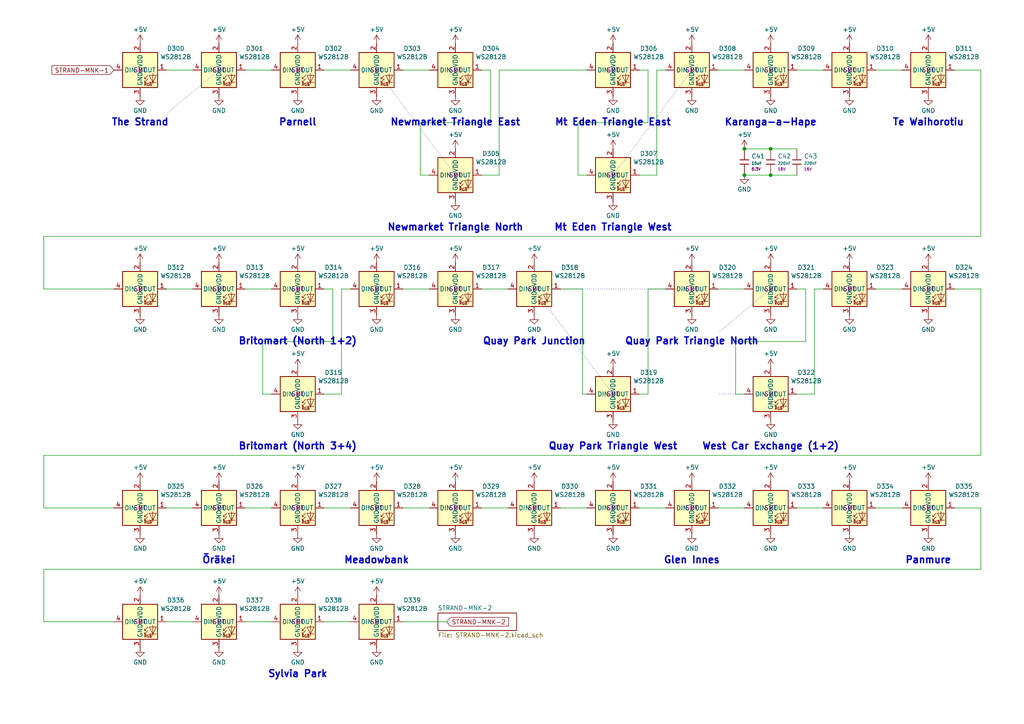
<source format=kicad_sch>
(kicad_sch (version 20250114) (generator "eeschema") (generator_version "9.0")
  (paper "A4")
  (title_block (title "Auckland Train Network Live Map") (date "2025-04-26") (rev "1") (company "Kea Studios") (comment 1 "©Chris Dirks") (comment 2 "MIT License"))
  (text "Britomart (North 1+2)" (at 86.36 99.06 0) (effects (font (size 2 2) (thickness 0.4) (bold yes))))
  (text "Quay Park Triangle North" (at 200.66 99.06 0) (effects (font (size 2 2) (thickness 0.4) (bold yes))))
  (text "Panmure" (at 269.24 162.56 0) (effects (font (size 2 2) (thickness 0.4) (bold yes))))
  (text "Parnell" (at 86.36 35.56 0) (effects (font (size 2 2) (thickness 0.4) (bold yes))))
  (text "Te Waihorotiu" (at 269.24 35.56 0) (effects (font (size 2 2) (thickness 0.4) (bold yes))))
  (text "Meadowbank" (at 109.22 162.56 0) (effects (font (size 2 2) (thickness 0.4) (bold yes))))
  (text "Mt Eden Triangle West" (at 177.8 66.04 0) (effects (font (size 2 2) (thickness 0.4) (bold yes))))
  (text "Newmarket Triangle East" (at 132.08 35.56 0) (effects (font (size 2 2) (thickness 0.4) (bold yes))))
  (text "Quay Park Junction" (at 154.94 99.06 0) (effects (font (size 2 2) (thickness 0.4) (bold yes))))
  (text "Quay Park Triangle West" (at 177.8 129.54 0) (effects (font (size 2 2) (thickness 0.4) (bold yes))))
  (text "Ōrākei" (at 63.5 162.56 0) (effects (font (size 2 2) (thickness 0.4) (bold yes))))
  (text "Glen Innes" (at 200.66 162.56 0) (effects (font (size 2 2) (thickness 0.4) (bold yes))))
  (text "Newmarket Triangle North" (at 132.08 66.04 0) (effects (font (size 2 2) (thickness 0.4) (bold yes))))
  (text "Mt Eden Triangle East" (at 177.8 35.56 0) (effects (font (size 2 2) (thickness 0.4) (bold yes))))
  (text "The Strand" (at 40.64 35.56 0) (effects (font (size 2 2) (thickness 0.4) (bold yes))))
  (text "Sylvia Park" (at 86.36 195.58 0) (effects (font (size 2 2) (thickness 0.4) (bold yes))))
  (text "Karanga-a-Hape" (at 223.52 35.56 0) (effects (font (size 2 2) (thickness 0.4) (bold yes))))
  (text "West Car Exchange (1+2)" (at 223.52 129.54 0) (effects (font (size 2 2) (thickness 0.4) (bold yes))))
  (text "Britomart (North 3+4)" (at 86.36 129.54 0) (effects (font (size 2 2) (thickness 0.4) (bold yes))))
  (junction (at 223.52 43.18))
  (junction (at 215.9 43.18))
  (junction (at 223.52 50.8))
  (junction (at 215.9 50.8))
  (wire (pts (xy 76.2 114.3) (xy 78.74 114.3)))
  (wire (pts (xy 236.22 114.3) (xy 236.22 83.82)))
  (wire (pts (xy 144.78 50.8) (xy 144.78 20.32)))
  (wire (pts (xy 190.5 20.32) (xy 193.04 20.32)))
  (wire (pts (xy 233.68 83.82) (xy 233.68 99.06)))
  (wire (pts (xy 231.14 20.32) (xy 238.76 20.32)))
  (wire (pts (xy 276.86 83.82) (xy 284.48 83.82)))
  (wire (pts (xy 93.98 114.3) (xy 99.06 114.3)))
  (wire (pts (xy 71.12 83.82) (xy 78.74 83.82)))
  (wire (pts (xy 139.7 50.8) (xy 144.78 50.8)))
  (wire (pts (xy 71.12 180.34) (xy 78.74 180.34)))
  (wire (pts (xy 142.24 35.56) (xy 121.92 35.56)))
  (wire (pts (xy 284.48 132.08) (xy 12.7 132.08)))
  (wire (pts (xy 231.14 83.82) (xy 233.68 83.82)))
  (wire (pts (xy 76.2 99.06) (xy 76.2 114.3)))
  (wire (pts (xy 168.91 83.82) (xy 162.56 83.82)))
  (wire (pts (xy 99.06 114.3) (xy 99.06 83.82)))
  (wire (pts (xy 12.7 165.1) (xy 12.7 180.34)))
  (wire (pts (xy 254 20.32) (xy 261.62 20.32)))
  (wire (pts (xy 12.7 68.58) (xy 12.7 83.82)))
  (wire (pts (xy 93.98 20.32) (xy 101.6 20.32)))
  (wire (pts (xy 71.12 147.32) (xy 78.74 147.32)))
  (polyline (pts (xy 63.5 20.32) (xy 48.26 33.02)) (stroke (width 0) (type dot)))
  (wire (pts (xy 139.7 83.82) (xy 147.32 83.82)))
  (wire (pts (xy 93.98 180.34) (xy 101.6 180.34)))
  (wire (pts (xy 254 147.32) (xy 261.62 147.32)))
  (wire (pts (xy 144.78 20.32) (xy 170.18 20.32)))
  (wire (pts (xy 139.7 20.32) (xy 142.24 20.32)))
  (wire (pts (xy 187.96 35.56) (xy 167.64 35.56)))
  (wire (pts (xy 233.68 99.06) (xy 213.36 99.06)))
  (polyline (pts (xy 109.22 20.32) (xy 132.08 50.8)) (stroke (width 0) (type dot)))
  (polyline (pts (xy 223.52 114.3) (xy 208.28 114.3)) (stroke (width 0) (type dot)))
  (wire (pts (xy 284.48 165.1) (xy 12.7 165.1)))
  (wire (pts (xy 223.52 50.8) (xy 231.14 50.8)))
  (wire (pts (xy 223.52 43.18) (xy 231.14 43.18)))
  (wire (pts (xy 213.36 99.06) (xy 213.36 114.3)))
  (wire (pts (xy 121.92 35.56) (xy 121.92 50.8)))
  (wire (pts (xy 139.7 147.32) (xy 147.32 147.32)))
  (wire (pts (xy 48.26 20.32) (xy 55.88 20.32)))
  (wire (pts (xy 208.28 83.82) (xy 215.9 83.82)))
  (wire (pts (xy 12.7 83.82) (xy 33.02 83.82)))
  (wire (pts (xy 208.28 20.32) (xy 215.9 20.32)))
  (wire (pts (xy 208.28 147.32) (xy 215.9 147.32)))
  (wire (pts (xy 168.91 114.3) (xy 168.91 83.82)))
  (polyline (pts (xy 200.66 20.32) (xy 177.8 50.8)) (stroke (width 0) (type dot)))
  (wire (pts (xy 187.96 114.3) (xy 187.96 83.82)))
  (wire (pts (xy 185.42 50.8) (xy 190.5 50.8)))
  (wire (pts (xy 116.84 147.32) (xy 124.46 147.32)))
  (wire (pts (xy 185.42 20.32) (xy 187.96 20.32)))
  (wire (pts (xy 116.84 180.34) (xy 129.54 180.34)))
  (wire (pts (xy 284.48 83.82) (xy 284.48 132.08)))
  (wire (pts (xy 116.84 20.32) (xy 124.46 20.32)))
  (wire (pts (xy 142.24 20.32) (xy 142.24 35.56)))
  (wire (pts (xy 284.48 20.32) (xy 284.48 68.58)))
  (wire (pts (xy 236.22 83.82) (xy 238.76 83.82)))
  (wire (pts (xy 48.26 83.82) (xy 55.88 83.82)))
  (wire (pts (xy 187.96 20.32) (xy 187.96 35.56)))
  (wire (pts (xy 284.48 68.58) (xy 12.7 68.58)))
  (wire (pts (xy 99.06 83.82) (xy 101.6 83.82)))
  (wire (pts (xy 276.86 147.32) (xy 284.48 147.32)))
  (wire (pts (xy 12.7 132.08) (xy 12.7 147.32)))
  (wire (pts (xy 231.14 114.3) (xy 236.22 114.3)))
  (polyline (pts (xy 154.94 83.82) (xy 200.66 83.82)) (stroke (width 0) (type dot)))
  (wire (pts (xy 185.42 147.32) (xy 193.04 147.32)))
  (polyline (pts (xy 223.52 83.82) (xy 208.28 96.52)) (stroke (width 0) (type dot)))
  (wire (pts (xy 48.26 147.32) (xy 55.88 147.32)))
  (wire (pts (xy 12.7 147.32) (xy 33.02 147.32)))
  (wire (pts (xy 231.14 147.32) (xy 238.76 147.32)))
  (wire (pts (xy 185.42 114.3) (xy 187.96 114.3)))
  (wire (pts (xy 187.96 83.82) (xy 193.04 83.82)))
  (wire (pts (xy 121.92 50.8) (xy 124.46 50.8)))
  (wire (pts (xy 215.9 43.18) (xy 223.52 43.18)))
  (wire (pts (xy 167.64 35.56) (xy 167.64 50.8)))
  (wire (pts (xy 96.52 83.82) (xy 96.52 99.06)))
  (wire (pts (xy 190.5 50.8) (xy 190.5 20.32)))
  (wire (pts (xy 215.9 50.8) (xy 223.52 50.8)))
  (wire (pts (xy 93.98 147.32) (xy 101.6 147.32)))
  (wire (pts (xy 116.84 83.82) (xy 124.46 83.82)))
  (wire (pts (xy 276.86 20.32) (xy 284.48 20.32)))
  (wire (pts (xy 213.36 114.3) (xy 215.9 114.3)))
  (wire (pts (xy 96.52 99.06) (xy 76.2 99.06)))
  (wire (pts (xy 71.12 20.32) (xy 78.74 20.32)))
  (wire (pts (xy 167.64 50.8) (xy 170.18 50.8)))
  (wire (pts (xy 12.7 180.34) (xy 33.02 180.34)))
  (polyline (pts (xy 154.94 83.82) (xy 177.8 114.3)) (stroke (width 0) (type dot)))
  (wire (pts (xy 93.98 83.82) (xy 96.52 83.82)))
  (wire (pts (xy 254 83.82) (xy 261.62 83.82)))
  (wire (pts (xy 48.26 180.34) (xy 55.88 180.34)))
  (wire (pts (xy 162.56 147.32) (xy 170.18 147.32)))
  (wire (pts (xy 284.48 147.32) (xy 284.48 165.1)))
  (wire (pts (xy 168.91 114.3) (xy 170.18 114.3)))
  (global_label "STRAND-MNK-1" (shape input) (at 33.02 20.32 180) (property "Intersheetrefs" "${INTERSHEET_REFS}" (effects (hide yes))))
  (global_label "STRAND-MNK-2" (shape input) (at 129.54 180.34 0) (property "Intersheetrefs" "${INTERSHEET_REFS}" (effects (hide yes))))
  (symbol (lib_id "power:+5V") (at 40.64 139.7 0) (unit 1)
    (property "Reference" "#PWR0324" (effects (hide yes)))
    (property "Value" "+5V" (at 40.64 135.5669 0))
    (property "Description" "Power symbol creates a global label with name \"+5V\"" (effects (hide yes)))
  )
  (symbol (lib_id "power:+5V") (at 86.36 12.7 0) (unit 1)
    (property "Reference" "#PWR0278" (effects (hide yes)))
    (property "Value" "+5V" (at 86.36 8.5669 0))
    (property "Description" "Power symbol creates a global label with name \"+5V\"" (effects (hide yes)))
  )
  (symbol (lib_id "power:GND") (at 200.66 27.94 0) (unit 1)
    (property "Reference" "#PWR0291" (effects (hide yes)))
    (property "Value" "GND" (at 200.66 32.0731 0))
    (property "Description" "Power symbol creates a global label with name \"GND\" , ground" (effects (hide yes)))
  )
  (symbol (lib_id "PCM_JLCPCB-Extended:LED, WS2812B, 1615") (at 223.52 147.32 0) (unit 1)
    (property "Reference" "D333" (at 233.8576 141.0734 0))
    (property "Value" "WS2812B" (at 233.8576 143.4977 0))
    (property "Footprint" "PCM_JLCPCB:LED-SMD_4P-L1.6-W1.5_XL-1615RGBC-WS2812B" (effects (hide yes)))
    (property "Datasheet" "https://atta.szlcsc.com/upload/public/pdf/source/20230111/5AD58278EBED6B6650A81C53A19BF314.pdf" (effects (hide yes)))
    (property "Description" "1615 RGB LEDs(Built-in IC) ROHS" (effects (hide yes)))
    (property "LCSC" "C5349954" (effects (hide yes)))
    (property "Part" "XL-1615RGBC-WS2812B" (effects (hide yes)))
    (property "Manufacturer" "XINGLIGHT" (effects (hide yes)))
    (property "Process" "SMT" (at 223.52 147.32 0))
  )
  (symbol (lib_id "power:+5V") (at 63.5 76.2 0) (unit 1)
    (property "Reference" "#PWR0300" (effects (hide yes)))
    (property "Value" "+5V" (at 63.5 72.0669 0))
    (property "Description" "Power symbol creates a global label with name \"+5V\"" (effects (hide yes)))
  )
  (symbol (lib_id "PCM_JLCPCB-Capacitors:0402,10uF") (at 215.9 46.99 0) (unit 1)
    (property "Reference" "C41" (at 217.932 45.322 0) (effects (justify left)))
    (property "Value" "10uF" (at 217.932 47.3682 0) (effects (font (size 0.8 0.8)) (justify left)))
    (property "Footprint" "PCM_JLCPCB:C_0402" (effects (hide yes)))
    (property "Datasheet" "https://www.lcsc.com/datasheet/lcsc_datasheet_2208231630_Samsung-Electro-Mechanics-CL05A106MQ5NUNC_C15525.pdf" (effects (hide yes)))
    (property "Description" "6.3V 10uF X5R ±20% 0402 Multilayer Ceramic Capacitors MLCC - SMD/SMT ROHS" (effects (hide yes)))
    (property "LCSC" "C15525" (effects (hide yes)))
    (property "Stock" "1595146" (effects (hide yes)))
    (property "Price" "0.007USD" (effects (hide yes)))
    (property "Process" "SMT" (effects (hide yes)))
    (property "Minimum Qty" "20" (effects (hide yes)))
    (property "Attrition Qty" "10" (effects (hide yes)))
    (property "Class" "Basic Component" (effects (hide yes)))
    (property "Category" "Capacitors,Multilayer Ceramic Capacitors MLCC - SMD/SMT" (effects (hide yes)))
    (property "Manufacturer" "Samsung Electro-Mechanics" (effects (hide yes)))
    (property "Part" "CL05A106MQ5NUNC" (effects (hide yes)))
    (property "Voltage Rated" "6.3V" (at 217.932 49.0362 0) (effects (font (size 0.8 0.8)) (justify left)))
    (property "Tolerance" "±20%" (effects (hide yes)))
    (property "Capacitance" "10uF" (effects (hide yes)))
    (property "Temperature Coefficient" "X5R" (effects (hide yes)))
  )
  (symbol (lib_id "power:GND") (at 86.36 27.94 0) (unit 1)
    (property "Reference" "#PWR0279" (effects (hide yes)))
    (property "Value" "GND" (at 86.36 32.0731 0))
    (property "Description" "Power symbol creates a global label with name \"GND\" , ground" (effects (hide yes)))
  )
  (symbol (lib_id "power:+5V") (at 63.5 172.72 0) (unit 1)
    (property "Reference" "#PWR0348" (effects (hide yes)))
    (property "Value" "+5V" (at 63.5 168.5869 0))
    (property "Description" "Power symbol creates a global label with name \"+5V\"" (effects (hide yes)))
  )
  (symbol (lib_id "power:GND") (at 40.64 91.44 0) (unit 1)
    (property "Reference" "#PWR0299" (effects (hide yes)))
    (property "Value" "GND" (at 40.64 95.5731 0))
    (property "Description" "Power symbol creates a global label with name \"GND\" , ground" (effects (hide yes)))
  )
  (symbol (lib_id "PCM_JLCPCB-Extended:LED, WS2812B, 1615") (at 154.94 147.32 0) (unit 1)
    (property "Reference" "D330" (at 165.2776 141.0734 0))
    (property "Value" "WS2812B" (at 165.2776 143.4977 0))
    (property "Footprint" "PCM_JLCPCB:LED-SMD_4P-L1.6-W1.5_XL-1615RGBC-WS2812B" (effects (hide yes)))
    (property "Datasheet" "https://atta.szlcsc.com/upload/public/pdf/source/20230111/5AD58278EBED6B6650A81C53A19BF314.pdf" (effects (hide yes)))
    (property "Description" "1615 RGB LEDs(Built-in IC) ROHS" (effects (hide yes)))
    (property "LCSC" "C5349954" (effects (hide yes)))
    (property "Part" "XL-1615RGBC-WS2812B" (effects (hide yes)))
    (property "Manufacturer" "XINGLIGHT" (effects (hide yes)))
    (property "Process" "SMT" (at 154.94 147.32 0))
  )
  (symbol (lib_id "power:GND") (at 177.8 121.92 0) (unit 1)
    (property "Reference" "#PWR0313" (effects (hide yes)))
    (property "Value" "GND" (at 177.8 126.0531 0))
    (property "Description" "Power symbol creates a global label with name \"GND\" , ground" (effects (hide yes)))
  )
  (symbol (lib_id "power:+5V") (at 223.52 12.7 0) (unit 1)
    (property "Reference" "#PWR0292" (effects (hide yes)))
    (property "Value" "+5V" (at 223.52 8.5669 0))
    (property "Description" "Power symbol creates a global label with name \"+5V\"" (effects (hide yes)))
  )
  (symbol (lib_id "PCM_JLCPCB-Extended:LED, WS2812B, 1615") (at 269.24 83.82 0) (unit 1)
    (property "Reference" "D324" (at 279.5776 77.5734 0))
    (property "Value" "WS2812B" (at 279.5776 79.9977 0))
    (property "Footprint" "PCM_JLCPCB:LED-SMD_4P-L1.6-W1.5_XL-1615RGBC-WS2812B" (effects (hide yes)))
    (property "Datasheet" "https://atta.szlcsc.com/upload/public/pdf/source/20230111/5AD58278EBED6B6650A81C53A19BF314.pdf" (effects (hide yes)))
    (property "Description" "1615 RGB LEDs(Built-in IC) ROHS" (effects (hide yes)))
    (property "LCSC" "C5349954" (effects (hide yes)))
    (property "Part" "XL-1615RGBC-WS2812B" (effects (hide yes)))
    (property "Manufacturer" "XINGLIGHT" (effects (hide yes)))
    (property "Process" "SMT" (at 269.24 83.82 0))
  )
  (symbol (lib_id "power:GND") (at 246.38 154.94 0) (unit 1)
    (property "Reference" "#PWR0343" (effects (hide yes)))
    (property "Value" "GND" (at 246.38 159.0731 0))
    (property "Description" "Power symbol creates a global label with name \"GND\" , ground" (effects (hide yes)))
  )
  (symbol (lib_id "power:GND") (at 223.52 27.94 0) (unit 1)
    (property "Reference" "#PWR0293" (effects (hide yes)))
    (property "Value" "GND" (at 223.52 32.0731 0))
    (property "Description" "Power symbol creates a global label with name \"GND\" , ground" (effects (hide yes)))
  )
  (symbol (lib_id "power:+5V") (at 86.36 106.68 0) (unit 1)
    (property "Reference" "#PWR0304" (effects (hide yes)))
    (property "Value" "+5V" (at 86.36 102.5469 0))
    (property "Description" "Power symbol creates a global label with name \"+5V\"" (effects (hide yes)))
  )
  (symbol (lib_id "power:GND") (at 154.94 91.44 0) (unit 1)
    (property "Reference" "#PWR0311" (effects (hide yes)))
    (property "Value" "GND" (at 154.94 95.5731 0))
    (property "Description" "Power symbol creates a global label with name \"GND\" , ground" (effects (hide yes)))
  )
  (symbol (lib_id "PCM_JLCPCB-Extended:LED, WS2812B, 1615") (at 63.5 180.34 0) (unit 1)
    (property "Reference" "D337" (at 73.8376 174.0934 0))
    (property "Value" "WS2812B" (at 73.8376 176.5177 0))
    (property "Footprint" "PCM_JLCPCB:LED-SMD_4P-L1.6-W1.5_XL-1615RGBC-WS2812B" (effects (hide yes)))
    (property "Datasheet" "https://atta.szlcsc.com/upload/public/pdf/source/20230111/5AD58278EBED6B6650A81C53A19BF314.pdf" (effects (hide yes)))
    (property "Description" "1615 RGB LEDs(Built-in IC) ROHS" (effects (hide yes)))
    (property "LCSC" "C5349954" (effects (hide yes)))
    (property "Part" "XL-1615RGBC-WS2812B" (effects (hide yes)))
    (property "Manufacturer" "XINGLIGHT" (effects (hide yes)))
    (property "Process" "SMT" (at 63.5 180.34 0))
  )
  (symbol (lib_id "PCM_JLCPCB-Extended:LED, WS2812B, 1615") (at 63.5 83.82 0) (unit 1)
    (property "Reference" "D313" (at 73.8376 77.5734 0))
    (property "Value" "WS2812B" (at 73.8376 79.9977 0))
    (property "Footprint" "PCM_JLCPCB:LED-SMD_4P-L1.6-W1.5_XL-1615RGBC-WS2812B" (effects (hide yes)))
    (property "Datasheet" "https://atta.szlcsc.com/upload/public/pdf/source/20230111/5AD58278EBED6B6650A81C53A19BF314.pdf" (effects (hide yes)))
    (property "Description" "1615 RGB LEDs(Built-in IC) ROHS" (effects (hide yes)))
    (property "LCSC" "C5349954" (effects (hide yes)))
    (property "Part" "XL-1615RGBC-WS2812B" (effects (hide yes)))
    (property "Manufacturer" "XINGLIGHT" (effects (hide yes)))
    (property "Process" "SMT" (at 63.5 83.82 0))
  )
  (symbol (lib_id "power:+5V") (at 246.38 12.7 0) (unit 1)
    (property "Reference" "#PWR0294" (effects (hide yes)))
    (property "Value" "+5V" (at 246.38 8.5669 0))
    (property "Description" "Power symbol creates a global label with name \"+5V\"" (effects (hide yes)))
  )
  (symbol (lib_id "PCM_JLCPCB-Extended:LED, WS2812B, 1615") (at 154.94 83.82 0) (unit 1)
    (property "Reference" "D318" (at 165.2776 77.5734 0))
    (property "Value" "WS2812B" (at 165.2776 79.9977 0))
    (property "Footprint" "PCM_JLCPCB:LED-SMD_4P-L1.6-W1.5_XL-1615RGBC-WS2812B" (effects (hide yes)))
    (property "Datasheet" "https://atta.szlcsc.com/upload/public/pdf/source/20230111/5AD58278EBED6B6650A81C53A19BF314.pdf" (effects (hide yes)))
    (property "Description" "1615 RGB LEDs(Built-in IC) ROHS" (effects (hide yes)))
    (property "LCSC" "C5349954" (effects (hide yes)))
    (property "Part" "XL-1615RGBC-WS2812B" (effects (hide yes)))
    (property "Manufacturer" "XINGLIGHT" (effects (hide yes)))
    (property "Process" "SMT" (at 154.94 83.82 0))
  )
  (symbol (lib_id "power:+5V") (at 246.38 76.2 0) (unit 1)
    (property "Reference" "#PWR0320" (effects (hide yes)))
    (property "Value" "+5V" (at 246.38 72.0669 0))
    (property "Description" "Power symbol creates a global label with name \"+5V\"" (effects (hide yes)))
  )
  (symbol (lib_id "power:GND") (at 154.94 154.94 0) (unit 1)
    (property "Reference" "#PWR0335" (effects (hide yes)))
    (property "Value" "GND" (at 154.94 159.0731 0))
    (property "Description" "Power symbol creates a global label with name \"GND\" , ground" (effects (hide yes)))
  )
  (symbol (lib_id "PCM_JLCPCB-Extended:LED, WS2812B, 1615") (at 177.8 147.32 0) (unit 1)
    (property "Reference" "D331" (at 188.1376 141.0734 0))
    (property "Value" "WS2812B" (at 188.1376 143.4977 0))
    (property "Footprint" "PCM_JLCPCB:LED-SMD_4P-L1.6-W1.5_XL-1615RGBC-WS2812B" (effects (hide yes)))
    (property "Datasheet" "https://atta.szlcsc.com/upload/public/pdf/source/20230111/5AD58278EBED6B6650A81C53A19BF314.pdf" (effects (hide yes)))
    (property "Description" "1615 RGB LEDs(Built-in IC) ROHS" (effects (hide yes)))
    (property "LCSC" "C5349954" (effects (hide yes)))
    (property "Part" "XL-1615RGBC-WS2812B" (effects (hide yes)))
    (property "Manufacturer" "XINGLIGHT" (effects (hide yes)))
    (property "Process" "SMT" (at 177.8 147.32 0))
  )
  (symbol (lib_id "PCM_JLCPCB-Extended:LED, WS2812B, 1615") (at 246.38 83.82 0) (unit 1)
    (property "Reference" "D323" (at 256.7176 77.5734 0))
    (property "Value" "WS2812B" (at 256.7176 79.9977 0))
    (property "Footprint" "PCM_JLCPCB:LED-SMD_4P-L1.6-W1.5_XL-1615RGBC-WS2812B" (effects (hide yes)))
    (property "Datasheet" "https://atta.szlcsc.com/upload/public/pdf/source/20230111/5AD58278EBED6B6650A81C53A19BF314.pdf" (effects (hide yes)))
    (property "Description" "1615 RGB LEDs(Built-in IC) ROHS" (effects (hide yes)))
    (property "LCSC" "C5349954" (effects (hide yes)))
    (property "Part" "XL-1615RGBC-WS2812B" (effects (hide yes)))
    (property "Manufacturer" "XINGLIGHT" (effects (hide yes)))
    (property "Process" "SMT" (at 246.38 83.82 0))
  )
  (symbol (lib_id "power:+5V") (at 109.22 12.7 0) (unit 1)
    (property "Reference" "#PWR0280" (effects (hide yes)))
    (property "Value" "+5V" (at 109.22 8.5669 0))
    (property "Description" "Power symbol creates a global label with name \"+5V\"" (effects (hide yes)))
  )
  (symbol (lib_id "PCM_JLCPCB-Extended:LED, WS2812B, 1615") (at 109.22 20.32 0) (unit 1)
    (property "Reference" "D303" (at 119.5576 14.0734 0))
    (property "Value" "WS2812B" (at 119.5576 16.4977 0))
    (property "Footprint" "PCM_JLCPCB:LED-SMD_4P-L1.6-W1.5_XL-1615RGBC-WS2812B" (effects (hide yes)))
    (property "Datasheet" "https://atta.szlcsc.com/upload/public/pdf/source/20230111/5AD58278EBED6B6650A81C53A19BF314.pdf" (effects (hide yes)))
    (property "Description" "1615 RGB LEDs(Built-in IC) ROHS" (effects (hide yes)))
    (property "LCSC" "C5349954" (effects (hide yes)))
    (property "Part" "XL-1615RGBC-WS2812B" (effects (hide yes)))
    (property "Manufacturer" "XINGLIGHT" (effects (hide yes)))
    (property "Process" "SMT" (at 109.22 20.32 0))
  )
  (symbol (lib_id "PCM_JLCPCB-Extended:LED, WS2812B, 1615") (at 200.66 20.32 0) (unit 1)
    (property "Reference" "D308" (at 210.9976 14.0734 0))
    (property "Value" "WS2812B" (at 210.9976 16.4977 0))
    (property "Footprint" "PCM_JLCPCB:LED-SMD_4P-L1.6-W1.5_XL-1615RGBC-WS2812B" (effects (hide yes)))
    (property "Datasheet" "https://atta.szlcsc.com/upload/public/pdf/source/20230111/5AD58278EBED6B6650A81C53A19BF314.pdf" (effects (hide yes)))
    (property "Description" "1615 RGB LEDs(Built-in IC) ROHS" (effects (hide yes)))
    (property "LCSC" "C5349954" (effects (hide yes)))
    (property "Part" "XL-1615RGBC-WS2812B" (effects (hide yes)))
    (property "Manufacturer" "XINGLIGHT" (effects (hide yes)))
    (property "Process" "SMT" (at 200.66 20.32 0))
  )
  (symbol (lib_id "power:GND") (at 109.22 91.44 0) (unit 1)
    (property "Reference" "#PWR0307" (effects (hide yes)))
    (property "Value" "GND" (at 109.22 95.5731 0))
    (property "Description" "Power symbol creates a global label with name \"GND\" , ground" (effects (hide yes)))
  )
  (symbol (lib_id "PCM_JLCPCB-Extended:LED, WS2812B, 1615") (at 132.08 50.8 0) (unit 1)
    (property "Reference" "D305" (at 142.4176 44.5534 0))
    (property "Value" "WS2812B" (at 142.4176 46.9777 0))
    (property "Footprint" "PCM_JLCPCB:LED-SMD_4P-L1.6-W1.5_XL-1615RGBC-WS2812B" (effects (hide yes)))
    (property "Datasheet" "https://atta.szlcsc.com/upload/public/pdf/source/20230111/5AD58278EBED6B6650A81C53A19BF314.pdf" (effects (hide yes)))
    (property "Description" "1615 RGB LEDs(Built-in IC) ROHS" (effects (hide yes)))
    (property "LCSC" "C5349954" (effects (hide yes)))
    (property "Part" "XL-1615RGBC-WS2812B" (effects (hide yes)))
    (property "Manufacturer" "XINGLIGHT" (effects (hide yes)))
    (property "Process" "SMT" (at 132.08 50.8 0))
  )
  (symbol (lib_id "power:GND") (at 200.66 91.44 0) (unit 1)
    (property "Reference" "#PWR0315" (effects (hide yes)))
    (property "Value" "GND" (at 200.66 95.5731 0))
    (property "Description" "Power symbol creates a global label with name \"GND\" , ground" (effects (hide yes)))
  )
  (symbol (lib_id "PCM_JLCPCB-Extended:LED, WS2812B, 1615") (at 246.38 20.32 0) (unit 1)
    (property "Reference" "D310" (at 256.7176 14.0734 0))
    (property "Value" "WS2812B" (at 256.7176 16.4977 0))
    (property "Footprint" "PCM_JLCPCB:LED-SMD_4P-L1.6-W1.5_XL-1615RGBC-WS2812B" (effects (hide yes)))
    (property "Datasheet" "https://atta.szlcsc.com/upload/public/pdf/source/20230111/5AD58278EBED6B6650A81C53A19BF314.pdf" (effects (hide yes)))
    (property "Description" "1615 RGB LEDs(Built-in IC) ROHS" (effects (hide yes)))
    (property "LCSC" "C5349954" (effects (hide yes)))
    (property "Part" "XL-1615RGBC-WS2812B" (effects (hide yes)))
    (property "Manufacturer" "XINGLIGHT" (effects (hide yes)))
    (property "Process" "SMT" (at 246.38 20.32 0))
  )
  (symbol (lib_id "power:GND") (at 132.08 27.94 0) (unit 1)
    (property "Reference" "#PWR0283" (effects (hide yes)))
    (property "Value" "GND" (at 132.08 32.0731 0))
    (property "Description" "Power symbol creates a global label with name \"GND\" , ground" (effects (hide yes)))
  )
  (symbol (lib_id "power:GND") (at 215.9 50.8 0) (unit 1)
    (property "Reference" "#PWR0159" (effects (hide yes)))
    (property "Value" "GND" (at 215.9 54.9331 0))
    (property "Description" "Power symbol creates a global label with name \"GND\" , ground" (effects (hide yes)))
  )
  (symbol (lib_id "power:GND") (at 109.22 27.94 0) (unit 1)
    (property "Reference" "#PWR0281" (effects (hide yes)))
    (property "Value" "GND" (at 109.22 32.0731 0))
    (property "Description" "Power symbol creates a global label with name \"GND\" , ground" (effects (hide yes)))
  )
  (symbol (lib_id "power:GND") (at 269.24 154.94 0) (unit 1)
    (property "Reference" "#PWR0345" (effects (hide yes)))
    (property "Value" "GND" (at 269.24 159.0731 0))
    (property "Description" "Power symbol creates a global label with name \"GND\" , ground" (effects (hide yes)))
  )
  (symbol (lib_id "power:GND") (at 40.64 27.94 0) (unit 1)
    (property "Reference" "#PWR0275" (effects (hide yes)))
    (property "Value" "GND" (at 40.64 32.0731 0))
    (property "Description" "Power symbol creates a global label with name \"GND\" , ground" (effects (hide yes)))
  )
  (symbol (lib_id "power:+5V") (at 223.52 106.68 0) (unit 1)
    (property "Reference" "#PWR0318" (effects (hide yes)))
    (property "Value" "+5V" (at 223.52 102.5469 0))
    (property "Description" "Power symbol creates a global label with name \"+5V\"" (effects (hide yes)))
  )
  (symbol (lib_id "power:+5V") (at 86.36 76.2 0) (unit 1)
    (property "Reference" "#PWR0302" (effects (hide yes)))
    (property "Value" "+5V" (at 86.36 72.0669 0))
    (property "Description" "Power symbol creates a global label with name \"+5V\"" (effects (hide yes)))
  )
  (symbol (lib_id "PCM_JLCPCB-Extended:LED, WS2812B, 1615") (at 200.66 83.82 0) (unit 1)
    (property "Reference" "D320" (at 210.9976 77.5734 0))
    (property "Value" "WS2812B" (at 210.9976 79.9977 0))
    (property "Footprint" "PCM_JLCPCB:LED-SMD_4P-L1.6-W1.5_XL-1615RGBC-WS2812B" (effects (hide yes)))
    (property "Datasheet" "https://atta.szlcsc.com/upload/public/pdf/source/20230111/5AD58278EBED6B6650A81C53A19BF314.pdf" (effects (hide yes)))
    (property "Description" "1615 RGB LEDs(Built-in IC) ROHS" (effects (hide yes)))
    (property "LCSC" "C5349954" (effects (hide yes)))
    (property "Part" "XL-1615RGBC-WS2812B" (effects (hide yes)))
    (property "Manufacturer" "XINGLIGHT" (effects (hide yes)))
    (property "Process" "SMT" (at 200.66 83.82 0))
  )
  (symbol (lib_id "power:GND") (at 269.24 91.44 0) (unit 1)
    (property "Reference" "#PWR0323" (effects (hide yes)))
    (property "Value" "GND" (at 269.24 95.5731 0))
    (property "Description" "Power symbol creates a global label with name \"GND\" , ground" (effects (hide yes)))
  )
  (symbol (lib_id "power:GND") (at 223.52 121.92 0) (unit 1)
    (property "Reference" "#PWR0319" (effects (hide yes)))
    (property "Value" "GND" (at 223.52 126.0531 0))
    (property "Description" "Power symbol creates a global label with name \"GND\" , ground" (effects (hide yes)))
  )
  (symbol (lib_id "PCM_JLCPCB-Extended:LED, WS2812B, 1615") (at 40.64 147.32 0) (unit 1)
    (property "Reference" "D325" (at 50.9776 141.0734 0))
    (property "Value" "WS2812B" (at 50.9776 143.4977 0))
    (property "Footprint" "PCM_JLCPCB:LED-SMD_4P-L1.6-W1.5_XL-1615RGBC-WS2812B" (effects (hide yes)))
    (property "Datasheet" "https://atta.szlcsc.com/upload/public/pdf/source/20230111/5AD58278EBED6B6650A81C53A19BF314.pdf" (effects (hide yes)))
    (property "Description" "1615 RGB LEDs(Built-in IC) ROHS" (effects (hide yes)))
    (property "LCSC" "C5349954" (effects (hide yes)))
    (property "Part" "XL-1615RGBC-WS2812B" (effects (hide yes)))
    (property "Manufacturer" "XINGLIGHT" (effects (hide yes)))
    (property "Process" "SMT" (at 40.64 147.32 0))
  )
  (symbol (lib_id "power:+5V") (at 109.22 76.2 0) (unit 1)
    (property "Reference" "#PWR0306" (effects (hide yes)))
    (property "Value" "+5V" (at 109.22 72.0669 0))
    (property "Description" "Power symbol creates a global label with name \"+5V\"" (effects (hide yes)))
  )
  (symbol (lib_id "power:+5V") (at 223.52 139.7 0) (unit 1)
    (property "Reference" "#PWR0340" (effects (hide yes)))
    (property "Value" "+5V" (at 223.52 135.5669 0))
    (property "Description" "Power symbol creates a global label with name \"+5V\"" (effects (hide yes)))
  )
  (symbol (lib_id "power:GND") (at 40.64 187.96 0) (unit 1)
    (property "Reference" "#PWR0347" (effects (hide yes)))
    (property "Value" "GND" (at 40.64 192.0931 0))
    (property "Description" "Power symbol creates a global label with name \"GND\" , ground" (effects (hide yes)))
  )
  (symbol (lib_id "power:GND") (at 223.52 91.44 0) (unit 1)
    (property "Reference" "#PWR0317" (effects (hide yes)))
    (property "Value" "GND" (at 223.52 95.5731 0))
    (property "Description" "Power symbol creates a global label with name \"GND\" , ground" (effects (hide yes)))
  )
  (symbol (lib_id "PCM_JLCPCB-Extended:LED, WS2812B, 1615") (at 132.08 83.82 0) (unit 1)
    (property "Reference" "D317" (at 142.4176 77.5734 0))
    (property "Value" "WS2812B" (at 142.4176 79.9977 0))
    (property "Footprint" "PCM_JLCPCB:LED-SMD_4P-L1.6-W1.5_XL-1615RGBC-WS2812B" (effects (hide yes)))
    (property "Datasheet" "https://atta.szlcsc.com/upload/public/pdf/source/20230111/5AD58278EBED6B6650A81C53A19BF314.pdf" (effects (hide yes)))
    (property "Description" "1615 RGB LEDs(Built-in IC) ROHS" (effects (hide yes)))
    (property "LCSC" "C5349954" (effects (hide yes)))
    (property "Part" "XL-1615RGBC-WS2812B" (effects (hide yes)))
    (property "Manufacturer" "XINGLIGHT" (effects (hide yes)))
    (property "Process" "SMT" (at 132.08 83.82 0))
  )
  (symbol (lib_id "power:GND") (at 246.38 27.94 0) (unit 1)
    (property "Reference" "#PWR0295" (effects (hide yes)))
    (property "Value" "GND" (at 246.38 32.0731 0))
    (property "Description" "Power symbol creates a global label with name \"GND\" , ground" (effects (hide yes)))
  )
  (symbol (lib_id "power:GND") (at 132.08 58.42 0) (unit 1)
    (property "Reference" "#PWR0285" (effects (hide yes)))
    (property "Value" "GND" (at 132.08 62.5531 0))
    (property "Description" "Power symbol creates a global label with name \"GND\" , ground" (effects (hide yes)))
  )
  (symbol (lib_id "PCM_JLCPCB-Extended:LED, WS2812B, 1615") (at 223.52 83.82 0) (unit 1)
    (property "Reference" "D321" (at 233.8576 77.5734 0))
    (property "Value" "WS2812B" (at 233.8576 79.9977 0))
    (property "Footprint" "PCM_JLCPCB:LED-SMD_4P-L1.6-W1.5_XL-1615RGBC-WS2812B" (effects (hide yes)))
    (property "Datasheet" "https://atta.szlcsc.com/upload/public/pdf/source/20230111/5AD58278EBED6B6650A81C53A19BF314.pdf" (effects (hide yes)))
    (property "Description" "1615 RGB LEDs(Built-in IC) ROHS" (effects (hide yes)))
    (property "LCSC" "C5349954" (effects (hide yes)))
    (property "Part" "XL-1615RGBC-WS2812B" (effects (hide yes)))
    (property "Manufacturer" "XINGLIGHT" (effects (hide yes)))
    (property "Process" "SMT" (at 223.52 83.82 0))
  )
  (symbol (lib_id "power:+5V") (at 109.22 172.72 0) (unit 1)
    (property "Reference" "#PWR0352" (effects (hide yes)))
    (property "Value" "+5V" (at 109.22 168.5869 0))
    (property "Description" "Power symbol creates a global label with name \"+5V\"" (effects (hide yes)))
  )
  (symbol (lib_id "power:GND") (at 40.64 154.94 0) (unit 1)
    (property "Reference" "#PWR0325" (effects (hide yes)))
    (property "Value" "GND" (at 40.64 159.0731 0))
    (property "Description" "Power symbol creates a global label with name \"GND\" , ground" (effects (hide yes)))
  )
  (symbol (lib_id "PCM_JLCPCB-Extended:LED, WS2812B, 1615") (at 109.22 147.32 0) (unit 1)
    (property "Reference" "D328" (at 119.5576 141.0734 0))
    (property "Value" "WS2812B" (at 119.5576 143.4977 0))
    (property "Footprint" "PCM_JLCPCB:LED-SMD_4P-L1.6-W1.5_XL-1615RGBC-WS2812B" (effects (hide yes)))
    (property "Datasheet" "https://atta.szlcsc.com/upload/public/pdf/source/20230111/5AD58278EBED6B6650A81C53A19BF314.pdf" (effects (hide yes)))
    (property "Description" "1615 RGB LEDs(Built-in IC) ROHS" (effects (hide yes)))
    (property "LCSC" "C5349954" (effects (hide yes)))
    (property "Part" "XL-1615RGBC-WS2812B" (effects (hide yes)))
    (property "Manufacturer" "XINGLIGHT" (effects (hide yes)))
    (property "Process" "SMT" (at 109.22 147.32 0))
  )
  (symbol (lib_id "power:GND") (at 269.24 27.94 0) (unit 1)
    (property "Reference" "#PWR0297" (effects (hide yes)))
    (property "Value" "GND" (at 269.24 32.0731 0))
    (property "Description" "Power symbol creates a global label with name \"GND\" , ground" (effects (hide yes)))
  )
  (symbol (lib_id "PCM_JLCPCB-Extended:LED, WS2812B, 1615") (at 269.24 20.32 0) (unit 1)
    (property "Reference" "D311" (at 279.5776 14.0734 0))
    (property "Value" "WS2812B" (at 279.5776 16.4977 0))
    (property "Footprint" "PCM_JLCPCB:LED-SMD_4P-L1.6-W1.5_XL-1615RGBC-WS2812B" (effects (hide yes)))
    (property "Datasheet" "https://atta.szlcsc.com/upload/public/pdf/source/20230111/5AD58278EBED6B6650A81C53A19BF314.pdf" (effects (hide yes)))
    (property "Description" "1615 RGB LEDs(Built-in IC) ROHS" (effects (hide yes)))
    (property "LCSC" "C5349954" (effects (hide yes)))
    (property "Part" "XL-1615RGBC-WS2812B" (effects (hide yes)))
    (property "Manufacturer" "XINGLIGHT" (effects (hide yes)))
    (property "Process" "SMT" (at 269.24 20.32 0))
  )
  (symbol (lib_id "power:GND") (at 109.22 187.96 0) (unit 1)
    (property "Reference" "#PWR0353" (effects (hide yes)))
    (property "Value" "GND" (at 109.22 192.0931 0))
    (property "Description" "Power symbol creates a global label with name \"GND\" , ground" (effects (hide yes)))
  )
  (symbol (lib_id "power:GND") (at 63.5 91.44 0) (unit 1)
    (property "Reference" "#PWR0301" (effects (hide yes)))
    (property "Value" "GND" (at 63.5 95.5731 0))
    (property "Description" "Power symbol creates a global label with name \"GND\" , ground" (effects (hide yes)))
  )
  (symbol (lib_id "PCM_JLCPCB-Extended:LED, WS2812B, 1615") (at 109.22 180.34 0) (unit 1)
    (property "Reference" "D339" (at 119.5576 174.0934 0))
    (property "Value" "WS2812B" (at 119.5576 176.5177 0))
    (property "Footprint" "PCM_JLCPCB:LED-SMD_4P-L1.6-W1.5_XL-1615RGBC-WS2812B" (effects (hide yes)))
    (property "Datasheet" "https://atta.szlcsc.com/upload/public/pdf/source/20230111/5AD58278EBED6B6650A81C53A19BF314.pdf" (effects (hide yes)))
    (property "Description" "1615 RGB LEDs(Built-in IC) ROHS" (effects (hide yes)))
    (property "LCSC" "C5349954" (effects (hide yes)))
    (property "Part" "XL-1615RGBC-WS2812B" (effects (hide yes)))
    (property "Manufacturer" "XINGLIGHT" (effects (hide yes)))
    (property "Process" "SMT" (at 109.22 180.34 0))
  )
  (symbol (lib_id "power:+5V") (at 86.36 172.72 0) (unit 1)
    (property "Reference" "#PWR0350" (effects (hide yes)))
    (property "Value" "+5V" (at 86.36 168.5869 0))
    (property "Description" "Power symbol creates a global label with name \"+5V\"" (effects (hide yes)))
  )
  (symbol (lib_id "PCM_JLCPCB-Extended:LED, WS2812B, 1615") (at 177.8 20.32 0) (unit 1)
    (property "Reference" "D306" (at 188.1376 14.0734 0))
    (property "Value" "WS2812B" (at 188.1376 16.4977 0))
    (property "Footprint" "PCM_JLCPCB:LED-SMD_4P-L1.6-W1.5_XL-1615RGBC-WS2812B" (effects (hide yes)))
    (property "Datasheet" "https://atta.szlcsc.com/upload/public/pdf/source/20230111/5AD58278EBED6B6650A81C53A19BF314.pdf" (effects (hide yes)))
    (property "Description" "1615 RGB LEDs(Built-in IC) ROHS" (effects (hide yes)))
    (property "LCSC" "C5349954" (effects (hide yes)))
    (property "Part" "XL-1615RGBC-WS2812B" (effects (hide yes)))
    (property "Manufacturer" "XINGLIGHT" (effects (hide yes)))
    (property "Process" "SMT" (at 177.8 20.32 0))
  )
  (symbol (lib_id "power:+5V") (at 177.8 43.18 0) (unit 1)
    (property "Reference" "#PWR0288" (effects (hide yes)))
    (property "Value" "+5V" (at 177.8 39.0469 0))
    (property "Description" "Power symbol creates a global label with name \"+5V\"" (effects (hide yes)))
  )
  (symbol (lib_id "power:+5V") (at 40.64 12.7 0) (unit 1)
    (property "Reference" "#PWR0274" (effects (hide yes)))
    (property "Value" "+5V" (at 40.64 8.5669 0))
    (property "Description" "Power symbol creates a global label with name \"+5V\"" (effects (hide yes)))
  )
  (symbol (lib_id "PCM_JLCPCB-Extended:LED, WS2812B, 1615") (at 246.38 147.32 0) (unit 1)
    (property "Reference" "D334" (at 256.7176 141.0734 0))
    (property "Value" "WS2812B" (at 256.7176 143.4977 0))
    (property "Footprint" "PCM_JLCPCB:LED-SMD_4P-L1.6-W1.5_XL-1615RGBC-WS2812B" (effects (hide yes)))
    (property "Datasheet" "https://atta.szlcsc.com/upload/public/pdf/source/20230111/5AD58278EBED6B6650A81C53A19BF314.pdf" (effects (hide yes)))
    (property "Description" "1615 RGB LEDs(Built-in IC) ROHS" (effects (hide yes)))
    (property "LCSC" "C5349954" (effects (hide yes)))
    (property "Part" "XL-1615RGBC-WS2812B" (effects (hide yes)))
    (property "Manufacturer" "XINGLIGHT" (effects (hide yes)))
    (property "Process" "SMT" (at 246.38 147.32 0))
  )
  (symbol (lib_id "power:+5V") (at 154.94 139.7 0) (unit 1)
    (property "Reference" "#PWR0334" (effects (hide yes)))
    (property "Value" "+5V" (at 154.94 135.5669 0))
    (property "Description" "Power symbol creates a global label with name \"+5V\"" (effects (hide yes)))
  )
  (symbol (lib_id "power:GND") (at 86.36 187.96 0) (unit 1)
    (property "Reference" "#PWR0351" (effects (hide yes)))
    (property "Value" "GND" (at 86.36 192.0931 0))
    (property "Description" "Power symbol creates a global label with name \"GND\" , ground" (effects (hide yes)))
  )
  (symbol (lib_id "power:+5V") (at 132.08 76.2 0) (unit 1)
    (property "Reference" "#PWR0308" (effects (hide yes)))
    (property "Value" "+5V" (at 132.08 72.0669 0))
    (property "Description" "Power symbol creates a global label with name \"+5V\"" (effects (hide yes)))
  )
  (symbol (lib_id "power:GND") (at 86.36 154.94 0) (unit 1)
    (property "Reference" "#PWR0329" (effects (hide yes)))
    (property "Value" "GND" (at 86.36 159.0731 0))
    (property "Description" "Power symbol creates a global label with name \"GND\" , ground" (effects (hide yes)))
  )
  (symbol (lib_id "power:GND") (at 86.36 121.92 0) (unit 1)
    (property "Reference" "#PWR0305" (effects (hide yes)))
    (property "Value" "GND" (at 86.36 126.0531 0))
    (property "Description" "Power symbol creates a global label with name \"GND\" , ground" (effects (hide yes)))
  )
  (symbol (lib_id "power:GND") (at 132.08 91.44 0) (unit 1)
    (property "Reference" "#PWR0309" (effects (hide yes)))
    (property "Value" "GND" (at 132.08 95.5731 0))
    (property "Description" "Power symbol creates a global label with name \"GND\" , ground" (effects (hide yes)))
  )
  (symbol (lib_id "PCM_JLCPCB-Capacitors:0402,220nF") (at 223.52 46.99 0) (unit 1)
    (property "Reference" "C42" (at 225.552 45.322 0) (effects (justify left)))
    (property "Value" "220nF" (at 225.552 47.3682 0) (effects (font (size 0.8 0.8)) (justify left)))
    (property "Footprint" "PCM_JLCPCB:C_0402" (effects (hide yes)))
    (property "Datasheet" "https://www.lcsc.com/datasheet/lcsc_datasheet_2304140030_Samsung-Electro-Mechanics-CL05B224KO5NNNC_C16772.pdf" (effects (hide yes)))
    (property "Description" "16V 220nF X7R ±10% 0402 Multilayer Ceramic Capacitors MLCC - SMD/SMT ROHS" (effects (hide yes)))
    (property "LCSC" "C16772" (effects (hide yes)))
    (property "Stock" "351761" (effects (hide yes)))
    (property "Price" "0.008USD" (effects (hide yes)))
    (property "Process" "SMT" (effects (hide yes)))
    (property "Minimum Qty" "20" (effects (hide yes)))
    (property "Attrition Qty" "10" (effects (hide yes)))
    (property "Class" "Basic Component" (effects (hide yes)))
    (property "Category" "Capacitors,Multilayer Ceramic Capacitors MLCC - SMD/SMT" (effects (hide yes)))
    (property "Manufacturer" "Samsung Electro-Mechanics" (effects (hide yes)))
    (property "Part" "CL05B224KO5NNNC" (effects (hide yes)))
    (property "Voltage Rated" "16V" (at 225.552 49.0362 0) (effects (font (size 0.8 0.8)) (justify left)))
    (property "Tolerance" "±10%" (effects (hide yes)))
    (property "Capacitance" "220nF" (effects (hide yes)))
    (property "Temperature Coefficient" "X7R" (effects (hide yes)))
  )
  (symbol (lib_id "power:GND") (at 63.5 27.94 0) (unit 1)
    (property "Reference" "#PWR0277" (effects (hide yes)))
    (property "Value" "GND" (at 63.5 32.0731 0))
    (property "Description" "Power symbol creates a global label with name \"GND\" , ground" (effects (hide yes)))
  )
  (symbol (lib_id "power:+5V") (at 223.52 76.2 0) (unit 1)
    (property "Reference" "#PWR0316" (effects (hide yes)))
    (property "Value" "+5V" (at 223.52 72.0669 0))
    (property "Description" "Power symbol creates a global label with name \"+5V\"" (effects (hide yes)))
  )
  (symbol (lib_id "PCM_JLCPCB-Extended:LED, WS2812B, 1615") (at 86.36 114.3 0) (unit 1)
    (property "Reference" "D315" (at 96.6976 108.0534 0))
    (property "Value" "WS2812B" (at 96.6976 110.4777 0))
    (property "Footprint" "PCM_JLCPCB:LED-SMD_4P-L1.6-W1.5_XL-1615RGBC-WS2812B" (effects (hide yes)))
    (property "Datasheet" "https://atta.szlcsc.com/upload/public/pdf/source/20230111/5AD58278EBED6B6650A81C53A19BF314.pdf" (effects (hide yes)))
    (property "Description" "1615 RGB LEDs(Built-in IC) ROHS" (effects (hide yes)))
    (property "LCSC" "C5349954" (effects (hide yes)))
    (property "Part" "XL-1615RGBC-WS2812B" (effects (hide yes)))
    (property "Manufacturer" "XINGLIGHT" (effects (hide yes)))
    (property "Process" "SMT" (at 86.36 114.3 0))
  )
  (symbol (lib_id "power:+5V") (at 63.5 12.7 0) (unit 1)
    (property "Reference" "#PWR0276" (effects (hide yes)))
    (property "Value" "+5V" (at 63.5 8.5669 0))
    (property "Description" "Power symbol creates a global label with name \"+5V\"" (effects (hide yes)))
  )
  (symbol (lib_id "power:+5V") (at 40.64 172.72 0) (unit 1)
    (property "Reference" "#PWR0346" (effects (hide yes)))
    (property "Value" "+5V" (at 40.64 168.5869 0))
    (property "Description" "Power symbol creates a global label with name \"+5V\"" (effects (hide yes)))
  )
  (symbol (lib_id "power:+5V") (at 177.8 106.68 0) (unit 1)
    (property "Reference" "#PWR0312" (effects (hide yes)))
    (property "Value" "+5V" (at 177.8 102.5469 0))
    (property "Description" "Power symbol creates a global label with name \"+5V\"" (effects (hide yes)))
  )
  (symbol (lib_id "power:+5V") (at 40.64 76.2 0) (unit 1)
    (property "Reference" "#PWR0298" (effects (hide yes)))
    (property "Value" "+5V" (at 40.64 72.0669 0))
    (property "Description" "Power symbol creates a global label with name \"+5V\"" (effects (hide yes)))
  )
  (symbol (lib_id "PCM_JLCPCB-Extended:LED, WS2812B, 1615") (at 269.24 147.32 0) (unit 1)
    (property "Reference" "D335" (at 279.5776 141.0734 0))
    (property "Value" "WS2812B" (at 279.5776 143.4977 0))
    (property "Footprint" "PCM_JLCPCB:LED-SMD_4P-L1.6-W1.5_XL-1615RGBC-WS2812B" (effects (hide yes)))
    (property "Datasheet" "https://atta.szlcsc.com/upload/public/pdf/source/20230111/5AD58278EBED6B6650A81C53A19BF314.pdf" (effects (hide yes)))
    (property "Description" "1615 RGB LEDs(Built-in IC) ROHS" (effects (hide yes)))
    (property "LCSC" "C5349954" (effects (hide yes)))
    (property "Part" "XL-1615RGBC-WS2812B" (effects (hide yes)))
    (property "Manufacturer" "XINGLIGHT" (effects (hide yes)))
    (property "Process" "SMT" (at 269.24 147.32 0))
  )
  (symbol (lib_id "power:GND") (at 177.8 58.42 0) (unit 1)
    (property "Reference" "#PWR0289" (effects (hide yes)))
    (property "Value" "GND" (at 177.8 62.5531 0))
    (property "Description" "Power symbol creates a global label with name \"GND\" , ground" (effects (hide yes)))
  )
  (symbol (lib_id "power:GND") (at 63.5 154.94 0) (unit 1)
    (property "Reference" "#PWR0327" (effects (hide yes)))
    (property "Value" "GND" (at 63.5 159.0731 0))
    (property "Description" "Power symbol creates a global label with name \"GND\" , ground" (effects (hide yes)))
  )
  (symbol (lib_id "power:+5V") (at 154.94 76.2 0) (unit 1)
    (property "Reference" "#PWR0310" (effects (hide yes)))
    (property "Value" "+5V" (at 154.94 72.0669 0))
    (property "Description" "Power symbol creates a global label with name \"+5V\"" (effects (hide yes)))
  )
  (symbol (lib_id "power:GND") (at 177.8 154.94 0) (unit 1)
    (property "Reference" "#PWR0337" (effects (hide yes)))
    (property "Value" "GND" (at 177.8 159.0731 0))
    (property "Description" "Power symbol creates a global label with name \"GND\" , ground" (effects (hide yes)))
  )
  (symbol (lib_id "power:+5V") (at 177.8 139.7 0) (unit 1)
    (property "Reference" "#PWR0336" (effects (hide yes)))
    (property "Value" "+5V" (at 177.8 135.5669 0))
    (property "Description" "Power symbol creates a global label with name \"+5V\"" (effects (hide yes)))
  )
  (symbol (lib_id "power:+5V") (at 63.5 139.7 0) (unit 1)
    (property "Reference" "#PWR0326" (effects (hide yes)))
    (property "Value" "+5V" (at 63.5 135.5669 0))
    (property "Description" "Power symbol creates a global label with name \"+5V\"" (effects (hide yes)))
  )
  (symbol (lib_id "PCM_JLCPCB-Extended:LED, WS2812B, 1615") (at 223.52 20.32 0) (unit 1)
    (property "Reference" "D309" (at 233.8576 14.0734 0))
    (property "Value" "WS2812B" (at 233.8576 16.4977 0))
    (property "Footprint" "PCM_JLCPCB:LED-SMD_4P-L1.6-W1.5_XL-1615RGBC-WS2812B" (effects (hide yes)))
    (property "Datasheet" "https://atta.szlcsc.com/upload/public/pdf/source/20230111/5AD58278EBED6B6650A81C53A19BF314.pdf" (effects (hide yes)))
    (property "Description" "1615 RGB LEDs(Built-in IC) ROHS" (effects (hide yes)))
    (property "LCSC" "C5349954" (effects (hide yes)))
    (property "Part" "XL-1615RGBC-WS2812B" (effects (hide yes)))
    (property "Manufacturer" "XINGLIGHT" (effects (hide yes)))
    (property "Process" "SMT" (at 223.52 20.32 0))
  )
  (symbol (lib_id "power:+5V") (at 200.66 139.7 0) (unit 1)
    (property "Reference" "#PWR0338" (effects (hide yes)))
    (property "Value" "+5V" (at 200.66 135.5669 0))
    (property "Description" "Power symbol creates a global label with name \"+5V\"" (effects (hide yes)))
  )
  (symbol (lib_id "PCM_JLCPCB-Extended:LED, WS2812B, 1615") (at 63.5 20.32 0) (unit 1)
    (property "Reference" "D301" (at 73.8376 14.0734 0))
    (property "Value" "WS2812B" (at 73.8376 16.4977 0))
    (property "Footprint" "PCM_JLCPCB:LED-SMD_4P-L1.6-W1.5_XL-1615RGBC-WS2812B" (effects (hide yes)))
    (property "Datasheet" "https://atta.szlcsc.com/upload/public/pdf/source/20230111/5AD58278EBED6B6650A81C53A19BF314.pdf" (effects (hide yes)))
    (property "Description" "1615 RGB LEDs(Built-in IC) ROHS" (effects (hide yes)))
    (property "LCSC" "C5349954" (effects (hide yes)))
    (property "Part" "XL-1615RGBC-WS2812B" (effects (hide yes)))
    (property "Manufacturer" "XINGLIGHT" (effects (hide yes)))
    (property "Process" "SMT" (at 63.5 20.32 0))
  )
  (symbol (lib_id "power:GND") (at 63.5 187.96 0) (unit 1)
    (property "Reference" "#PWR0349" (effects (hide yes)))
    (property "Value" "GND" (at 63.5 192.0931 0))
    (property "Description" "Power symbol creates a global label with name \"GND\" , ground" (effects (hide yes)))
  )
  (symbol (lib_id "power:+5V") (at 269.24 139.7 0) (unit 1)
    (property "Reference" "#PWR0344" (effects (hide yes)))
    (property "Value" "+5V" (at 269.24 135.5669 0))
    (property "Description" "Power symbol creates a global label with name \"+5V\"" (effects (hide yes)))
  )
  (symbol (lib_id "PCM_JLCPCB-Extended:LED, WS2812B, 1615") (at 63.5 147.32 0) (unit 1)
    (property "Reference" "D326" (at 73.8376 141.0734 0))
    (property "Value" "WS2812B" (at 73.8376 143.4977 0))
    (property "Footprint" "PCM_JLCPCB:LED-SMD_4P-L1.6-W1.5_XL-1615RGBC-WS2812B" (effects (hide yes)))
    (property "Datasheet" "https://atta.szlcsc.com/upload/public/pdf/source/20230111/5AD58278EBED6B6650A81C53A19BF314.pdf" (effects (hide yes)))
    (property "Description" "1615 RGB LEDs(Built-in IC) ROHS" (effects (hide yes)))
    (property "LCSC" "C5349954" (effects (hide yes)))
    (property "Part" "XL-1615RGBC-WS2812B" (effects (hide yes)))
    (property "Manufacturer" "XINGLIGHT" (effects (hide yes)))
    (property "Process" "SMT" (at 63.5 147.32 0))
  )
  (symbol (lib_id "PCM_JLCPCB-Extended:LED, WS2812B, 1615") (at 109.22 83.82 0) (unit 1)
    (property "Reference" "D316" (at 119.5576 77.5734 0))
    (property "Value" "WS2812B" (at 119.5576 79.9977 0))
    (property "Footprint" "PCM_JLCPCB:LED-SMD_4P-L1.6-W1.5_XL-1615RGBC-WS2812B" (effects (hide yes)))
    (property "Datasheet" "https://atta.szlcsc.com/upload/public/pdf/source/20230111/5AD58278EBED6B6650A81C53A19BF314.pdf" (effects (hide yes)))
    (property "Description" "1615 RGB LEDs(Built-in IC) ROHS" (effects (hide yes)))
    (property "LCSC" "C5349954" (effects (hide yes)))
    (property "Part" "XL-1615RGBC-WS2812B" (effects (hide yes)))
    (property "Manufacturer" "XINGLIGHT" (effects (hide yes)))
    (property "Process" "SMT" (at 109.22 83.82 0))
  )
  (symbol (lib_id "PCM_JLCPCB-Extended:LED, WS2812B, 1615") (at 132.08 20.32 0) (unit 1)
    (property "Reference" "D304" (at 142.4176 14.0734 0))
    (property "Value" "WS2812B" (at 142.4176 16.4977 0))
    (property "Footprint" "PCM_JLCPCB:LED-SMD_4P-L1.6-W1.5_XL-1615RGBC-WS2812B" (effects (hide yes)))
    (property "Datasheet" "https://atta.szlcsc.com/upload/public/pdf/source/20230111/5AD58278EBED6B6650A81C53A19BF314.pdf" (effects (hide yes)))
    (property "Description" "1615 RGB LEDs(Built-in IC) ROHS" (effects (hide yes)))
    (property "LCSC" "C5349954" (effects (hide yes)))
    (property "Part" "XL-1615RGBC-WS2812B" (effects (hide yes)))
    (property "Manufacturer" "XINGLIGHT" (effects (hide yes)))
    (property "Process" "SMT" (at 132.08 20.32 0))
  )
  (symbol (lib_id "power:GND") (at 246.38 91.44 0) (unit 1)
    (property "Reference" "#PWR0321" (effects (hide yes)))
    (property "Value" "GND" (at 246.38 95.5731 0))
    (property "Description" "Power symbol creates a global label with name \"GND\" , ground" (effects (hide yes)))
  )
  (symbol (lib_id "PCM_JLCPCB-Extended:LED, WS2812B, 1615") (at 132.08 147.32 0) (unit 1)
    (property "Reference" "D329" (at 142.4176 141.0734 0))
    (property "Value" "WS2812B" (at 142.4176 143.4977 0))
    (property "Footprint" "PCM_JLCPCB:LED-SMD_4P-L1.6-W1.5_XL-1615RGBC-WS2812B" (effects (hide yes)))
    (property "Datasheet" "https://atta.szlcsc.com/upload/public/pdf/source/20230111/5AD58278EBED6B6650A81C53A19BF314.pdf" (effects (hide yes)))
    (property "Description" "1615 RGB LEDs(Built-in IC) ROHS" (effects (hide yes)))
    (property "LCSC" "C5349954" (effects (hide yes)))
    (property "Part" "XL-1615RGBC-WS2812B" (effects (hide yes)))
    (property "Manufacturer" "XINGLIGHT" (effects (hide yes)))
    (property "Process" "SMT" (at 132.08 147.32 0))
  )
  (symbol (lib_id "power:+5V") (at 200.66 76.2 0) (unit 1)
    (property "Reference" "#PWR0314" (effects (hide yes)))
    (property "Value" "+5V" (at 200.66 72.0669 0))
    (property "Description" "Power symbol creates a global label with name \"+5V\"" (effects (hide yes)))
  )
  (symbol (lib_id "PCM_JLCPCB-Extended:LED, WS2812B, 1615") (at 40.64 83.82 0) (unit 1)
    (property "Reference" "D312" (at 50.9776 77.5734 0))
    (property "Value" "WS2812B" (at 50.9776 79.9977 0))
    (property "Footprint" "PCM_JLCPCB:LED-SMD_4P-L1.6-W1.5_XL-1615RGBC-WS2812B" (effects (hide yes)))
    (property "Datasheet" "https://atta.szlcsc.com/upload/public/pdf/source/20230111/5AD58278EBED6B6650A81C53A19BF314.pdf" (effects (hide yes)))
    (property "Description" "1615 RGB LEDs(Built-in IC) ROHS" (effects (hide yes)))
    (property "LCSC" "C5349954" (effects (hide yes)))
    (property "Part" "XL-1615RGBC-WS2812B" (effects (hide yes)))
    (property "Manufacturer" "XINGLIGHT" (effects (hide yes)))
    (property "Process" "SMT" (at 40.64 83.82 0))
  )
  (symbol (lib_id "PCM_JLCPCB-Extended:LED, WS2812B, 1615") (at 86.36 147.32 0) (unit 1)
    (property "Reference" "D327" (at 96.6976 141.0734 0))
    (property "Value" "WS2812B" (at 96.6976 143.4977 0))
    (property "Footprint" "PCM_JLCPCB:LED-SMD_4P-L1.6-W1.5_XL-1615RGBC-WS2812B" (effects (hide yes)))
    (property "Datasheet" "https://atta.szlcsc.com/upload/public/pdf/source/20230111/5AD58278EBED6B6650A81C53A19BF314.pdf" (effects (hide yes)))
    (property "Description" "1615 RGB LEDs(Built-in IC) ROHS" (effects (hide yes)))
    (property "LCSC" "C5349954" (effects (hide yes)))
    (property "Part" "XL-1615RGBC-WS2812B" (effects (hide yes)))
    (property "Manufacturer" "XINGLIGHT" (effects (hide yes)))
    (property "Process" "SMT" (at 86.36 147.32 0))
  )
  (symbol (lib_id "PCM_JLCPCB-Extended:LED, WS2812B, 1615") (at 223.52 114.3 0) (unit 1)
    (property "Reference" "D322" (at 233.8576 108.0534 0))
    (property "Value" "WS2812B" (at 233.8576 110.4777 0))
    (property "Footprint" "PCM_JLCPCB:LED-SMD_4P-L1.6-W1.5_XL-1615RGBC-WS2812B" (effects (hide yes)))
    (property "Datasheet" "https://atta.szlcsc.com/upload/public/pdf/source/20230111/5AD58278EBED6B6650A81C53A19BF314.pdf" (effects (hide yes)))
    (property "Description" "1615 RGB LEDs(Built-in IC) ROHS" (effects (hide yes)))
    (property "LCSC" "C5349954" (effects (hide yes)))
    (property "Part" "XL-1615RGBC-WS2812B" (effects (hide yes)))
    (property "Manufacturer" "XINGLIGHT" (effects (hide yes)))
    (property "Process" "SMT" (at 223.52 114.3 0))
  )
  (symbol (lib_id "power:+5V") (at 200.66 12.7 0) (unit 1)
    (property "Reference" "#PWR0290" (effects (hide yes)))
    (property "Value" "+5V" (at 200.66 8.5669 0))
    (property "Description" "Power symbol creates a global label with name \"+5V\"" (effects (hide yes)))
  )
  (symbol (lib_id "power:GND") (at 223.52 154.94 0) (unit 1)
    (property "Reference" "#PWR0341" (effects (hide yes)))
    (property "Value" "GND" (at 223.52 159.0731 0))
    (property "Description" "Power symbol creates a global label with name \"GND\" , ground" (effects (hide yes)))
  )
  (symbol (lib_id "PCM_JLCPCB-Extended:LED, WS2812B, 1615") (at 177.8 114.3 0) (unit 1)
    (property "Reference" "D319" (at 188.1376 108.0534 0))
    (property "Value" "WS2812B" (at 188.1376 110.4777 0))
    (property "Footprint" "PCM_JLCPCB:LED-SMD_4P-L1.6-W1.5_XL-1615RGBC-WS2812B" (effects (hide yes)))
    (property "Datasheet" "https://atta.szlcsc.com/upload/public/pdf/source/20230111/5AD58278EBED6B6650A81C53A19BF314.pdf" (effects (hide yes)))
    (property "Description" "1615 RGB LEDs(Built-in IC) ROHS" (effects (hide yes)))
    (property "LCSC" "C5349954" (effects (hide yes)))
    (property "Part" "XL-1615RGBC-WS2812B" (effects (hide yes)))
    (property "Manufacturer" "XINGLIGHT" (effects (hide yes)))
    (property "Process" "SMT" (at 177.8 114.3 0))
  )
  (symbol (lib_id "PCM_JLCPCB-Extended:LED, WS2812B, 1615") (at 200.66 147.32 0) (unit 1)
    (property "Reference" "D332" (at 210.9976 141.0734 0))
    (property "Value" "WS2812B" (at 210.9976 143.4977 0))
    (property "Footprint" "PCM_JLCPCB:LED-SMD_4P-L1.6-W1.5_XL-1615RGBC-WS2812B" (effects (hide yes)))
    (property "Datasheet" "https://atta.szlcsc.com/upload/public/pdf/source/20230111/5AD58278EBED6B6650A81C53A19BF314.pdf" (effects (hide yes)))
    (property "Description" "1615 RGB LEDs(Built-in IC) ROHS" (effects (hide yes)))
    (property "LCSC" "C5349954" (effects (hide yes)))
    (property "Part" "XL-1615RGBC-WS2812B" (effects (hide yes)))
    (property "Manufacturer" "XINGLIGHT" (effects (hide yes)))
    (property "Process" "SMT" (at 200.66 147.32 0))
  )
  (symbol (lib_id "power:GND") (at 86.36 91.44 0) (unit 1)
    (property "Reference" "#PWR0303" (effects (hide yes)))
    (property "Value" "GND" (at 86.36 95.5731 0))
    (property "Description" "Power symbol creates a global label with name \"GND\" , ground" (effects (hide yes)))
  )
  (symbol (lib_id "PCM_JLCPCB-Extended:LED, WS2812B, 1615") (at 86.36 20.32 0) (unit 1)
    (property "Reference" "D302" (at 96.6976 14.0734 0))
    (property "Value" "WS2812B" (at 96.6976 16.4977 0))
    (property "Footprint" "PCM_JLCPCB:LED-SMD_4P-L1.6-W1.5_XL-1615RGBC-WS2812B" (effects (hide yes)))
    (property "Datasheet" "https://atta.szlcsc.com/upload/public/pdf/source/20230111/5AD58278EBED6B6650A81C53A19BF314.pdf" (effects (hide yes)))
    (property "Description" "1615 RGB LEDs(Built-in IC) ROHS" (effects (hide yes)))
    (property "LCSC" "C5349954" (effects (hide yes)))
    (property "Part" "XL-1615RGBC-WS2812B" (effects (hide yes)))
    (property "Manufacturer" "XINGLIGHT" (effects (hide yes)))
    (property "Process" "SMT" (at 86.36 20.32 0))
  )
  (symbol (lib_id "power:+5V") (at 109.22 139.7 0) (unit 1)
    (property "Reference" "#PWR0330" (effects (hide yes)))
    (property "Value" "+5V" (at 109.22 135.5669 0))
    (property "Description" "Power symbol creates a global label with name \"+5V\"" (effects (hide yes)))
  )
  (symbol (lib_id "power:+5V") (at 215.9 43.18 0) (unit 1)
    (property "Reference" "#PWR0158" (effects (hide yes)))
    (property "Value" "+5V" (at 215.9 39.0469 0))
    (property "Description" "Power symbol creates a global label with name \"+5V\"" (effects (hide yes)))
  )
  (symbol (lib_id "power:GND") (at 109.22 154.94 0) (unit 1)
    (property "Reference" "#PWR0331" (effects (hide yes)))
    (property "Value" "GND" (at 109.22 159.0731 0))
    (property "Description" "Power symbol creates a global label with name \"GND\" , ground" (effects (hide yes)))
  )
  (symbol (lib_id "power:+5V") (at 132.08 43.18 0) (unit 1)
    (property "Reference" "#PWR0284" (effects (hide yes)))
    (property "Value" "+5V" (at 132.08 39.0469 0))
    (property "Description" "Power symbol creates a global label with name \"+5V\"" (effects (hide yes)))
  )
  (symbol (lib_id "power:+5V") (at 269.24 76.2 0) (unit 1)
    (property "Reference" "#PWR0322" (effects (hide yes)))
    (property "Value" "+5V" (at 269.24 72.0669 0))
    (property "Description" "Power symbol creates a global label with name \"+5V\"" (effects (hide yes)))
  )
  (symbol (lib_id "PCM_JLCPCB-Capacitors:0402,220nF") (at 231.14 46.99 0) (unit 1)
    (property "Reference" "C43" (at 233.172 45.322 0) (effects (justify left)))
    (property "Value" "220nF" (at 233.172 47.3682 0) (effects (font (size 0.8 0.8)) (justify left)))
    (property "Footprint" "PCM_JLCPCB:C_0402" (effects (hide yes)))
    (property "Datasheet" "https://www.lcsc.com/datasheet/lcsc_datasheet_2304140030_Samsung-Electro-Mechanics-CL05B224KO5NNNC_C16772.pdf" (effects (hide yes)))
    (property "Description" "16V 220nF X7R ±10% 0402 Multilayer Ceramic Capacitors MLCC - SMD/SMT ROHS" (effects (hide yes)))
    (property "LCSC" "C16772" (effects (hide yes)))
    (property "Stock" "351761" (effects (hide yes)))
    (property "Price" "0.008USD" (effects (hide yes)))
    (property "Process" "SMT" (effects (hide yes)))
    (property "Minimum Qty" "20" (effects (hide yes)))
    (property "Attrition Qty" "10" (effects (hide yes)))
    (property "Class" "Basic Component" (effects (hide yes)))
    (property "Category" "Capacitors,Multilayer Ceramic Capacitors MLCC - SMD/SMT" (effects (hide yes)))
    (property "Manufacturer" "Samsung Electro-Mechanics" (effects (hide yes)))
    (property "Part" "CL05B224KO5NNNC" (effects (hide yes)))
    (property "Voltage Rated" "16V" (at 233.172 49.0362 0) (effects (font (size 0.8 0.8)) (justify left)))
    (property "Tolerance" "±10%" (effects (hide yes)))
    (property "Capacitance" "220nF" (effects (hide yes)))
    (property "Temperature Coefficient" "X7R" (effects (hide yes)))
  )
  (symbol (lib_id "power:+5V") (at 246.38 139.7 0) (unit 1)
    (property "Reference" "#PWR0342" (effects (hide yes)))
    (property "Value" "+5V" (at 246.38 135.5669 0))
    (property "Description" "Power symbol creates a global label with name \"+5V\"" (effects (hide yes)))
  )
  (symbol (lib_id "PCM_JLCPCB-Extended:LED, WS2812B, 1615") (at 177.8 50.8 0) (unit 1)
    (property "Reference" "D307" (at 188.1376 44.5534 0))
    (property "Value" "WS2812B" (at 188.1376 46.9777 0))
    (property "Footprint" "PCM_JLCPCB:LED-SMD_4P-L1.6-W1.5_XL-1615RGBC-WS2812B" (effects (hide yes)))
    (property "Datasheet" "https://atta.szlcsc.com/upload/public/pdf/source/20230111/5AD58278EBED6B6650A81C53A19BF314.pdf" (effects (hide yes)))
    (property "Description" "1615 RGB LEDs(Built-in IC) ROHS" (effects (hide yes)))
    (property "LCSC" "C5349954" (effects (hide yes)))
    (property "Part" "XL-1615RGBC-WS2812B" (effects (hide yes)))
    (property "Manufacturer" "XINGLIGHT" (effects (hide yes)))
    (property "Process" "SMT" (at 177.8 50.8 0))
  )
  (symbol (lib_id "PCM_JLCPCB-Extended:LED, WS2812B, 1615") (at 40.64 180.34 0) (unit 1)
    (property "Reference" "D336" (at 50.9776 174.0934 0))
    (property "Value" "WS2812B" (at 50.9776 176.5177 0))
    (property "Footprint" "PCM_JLCPCB:LED-SMD_4P-L1.6-W1.5_XL-1615RGBC-WS2812B" (effects (hide yes)))
    (property "Datasheet" "https://atta.szlcsc.com/upload/public/pdf/source/20230111/5AD58278EBED6B6650A81C53A19BF314.pdf" (effects (hide yes)))
    (property "Description" "1615 RGB LEDs(Built-in IC) ROHS" (effects (hide yes)))
    (property "LCSC" "C5349954" (effects (hide yes)))
    (property "Part" "XL-1615RGBC-WS2812B" (effects (hide yes)))
    (property "Manufacturer" "XINGLIGHT" (effects (hide yes)))
    (property "Process" "SMT" (at 40.64 180.34 0))
  )
  (symbol (lib_id "power:+5V") (at 269.24 12.7 0) (unit 1)
    (property "Reference" "#PWR0296" (effects (hide yes)))
    (property "Value" "+5V" (at 269.24 8.5669 0))
    (property "Description" "Power symbol creates a global label with name \"+5V\"" (effects (hide yes)))
  )
  (symbol (lib_id "power:+5V") (at 86.36 139.7 0) (unit 1)
    (property "Reference" "#PWR0328" (effects (hide yes)))
    (property "Value" "+5V" (at 86.36 135.5669 0))
    (property "Description" "Power symbol creates a global label with name \"+5V\"" (effects (hide yes)))
  )
  (symbol (lib_id "power:GND") (at 200.66 154.94 0) (unit 1)
    (property "Reference" "#PWR0339" (effects (hide yes)))
    (property "Value" "GND" (at 200.66 159.0731 0))
    (property "Description" "Power symbol creates a global label with name \"GND\" , ground" (effects (hide yes)))
  )
  (symbol (lib_id "power:+5V") (at 132.08 139.7 0) (unit 1)
    (property "Reference" "#PWR0332" (effects (hide yes)))
    (property "Value" "+5V" (at 132.08 135.5669 0))
    (property "Description" "Power symbol creates a global label with name \"+5V\"" (effects (hide yes)))
  )
  (symbol (lib_id "PCM_JLCPCB-Extended:LED, WS2812B, 1615") (at 86.36 83.82 0) (unit 1)
    (property "Reference" "D314" (at 96.6976 77.5734 0))
    (property "Value" "WS2812B" (at 96.6976 79.9977 0))
    (property "Footprint" "PCM_JLCPCB:LED-SMD_4P-L1.6-W1.5_XL-1615RGBC-WS2812B" (effects (hide yes)))
    (property "Datasheet" "https://atta.szlcsc.com/upload/public/pdf/source/20230111/5AD58278EBED6B6650A81C53A19BF314.pdf" (effects (hide yes)))
    (property "Description" "1615 RGB LEDs(Built-in IC) ROHS" (effects (hide yes)))
    (property "LCSC" "C5349954" (effects (hide yes)))
    (property "Part" "XL-1615RGBC-WS2812B" (effects (hide yes)))
    (property "Manufacturer" "XINGLIGHT" (effects (hide yes)))
    (property "Process" "SMT" (at 86.36 83.82 0))
  )
  (symbol (lib_id "PCM_JLCPCB-Extended:LED, WS2812B, 1615") (at 40.64 20.32 0) (unit 1)
    (property "Reference" "D300" (at 50.9776 14.0734 0))
    (property "Value" "WS2812B" (at 50.9776 16.4977 0))
    (property "Footprint" "PCM_JLCPCB:LED-SMD_4P-L1.6-W1.5_XL-1615RGBC-WS2812B" (effects (hide yes)))
    (property "Datasheet" "https://atta.szlcsc.com/upload/public/pdf/source/20230111/5AD58278EBED6B6650A81C53A19BF314.pdf" (effects (hide yes)))
    (property "Description" "1615 RGB LEDs(Built-in IC) ROHS" (effects (hide yes)))
    (property "LCSC" "C5349954" (effects (hide yes)))
    (property "Part" "XL-1615RGBC-WS2812B" (effects (hide yes)))
    (property "Manufacturer" "XINGLIGHT" (effects (hide yes)))
    (property "Process" "SMT" (at 40.64 20.32 0))
  )
  (symbol (lib_id "PCM_JLCPCB-Extended:LED, WS2812B, 1615") (at 86.36 180.34 0) (unit 1)
    (property "Reference" "D338" (at 96.6976 174.0934 0))
    (property "Value" "WS2812B" (at 96.6976 176.5177 0))
    (property "Footprint" "PCM_JLCPCB:LED-SMD_4P-L1.6-W1.5_XL-1615RGBC-WS2812B" (effects (hide yes)))
    (property "Datasheet" "https://atta.szlcsc.com/upload/public/pdf/source/20230111/5AD58278EBED6B6650A81C53A19BF314.pdf" (effects (hide yes)))
    (property "Description" "1615 RGB LEDs(Built-in IC) ROHS" (effects (hide yes)))
    (property "LCSC" "C5349954" (effects (hide yes)))
    (property "Part" "XL-1615RGBC-WS2812B" (effects (hide yes)))
    (property "Manufacturer" "XINGLIGHT" (effects (hide yes)))
    (property "Process" "SMT" (at 86.36 180.34 0))
  )
  (symbol (lib_id "power:GND") (at 177.8 27.94 0) (unit 1)
    (property "Reference" "#PWR0287" (effects (hide yes)))
    (property "Value" "GND" (at 177.8 32.0731 0))
    (property "Description" "Power symbol creates a global label with name \"GND\" , ground" (effects (hide yes)))
  )
  (symbol (lib_id "power:GND") (at 132.08 154.94 0) (unit 1)
    (property "Reference" "#PWR0333" (effects (hide yes)))
    (property "Value" "GND" (at 132.08 159.0731 0))
    (property "Description" "Power symbol creates a global label with name \"GND\" , ground" (effects (hide yes)))
  )
  (symbol (lib_id "power:+5V") (at 132.08 12.7 0) (unit 1)
    (property "Reference" "#PWR0282" (effects (hide yes)))
    (property "Value" "+5V" (at 132.08 8.5669 0))
    (property "Description" "Power symbol creates a global label with name \"+5V\"" (effects (hide yes)))
  )
  (symbol (lib_id "power:+5V") (at 177.8 12.7 0) (unit 1)
    (property "Reference" "#PWR0286" (effects (hide yes)))
    (property "Value" "+5V" (at 177.8 8.5669 0))
    (property "Description" "Power symbol creates a global label with name \"+5V\"" (effects (hide yes)))
  )
  (sheet (at 127 177.8) (size 22.86 5.08) (stroke (width 0.1524))
    (property "Sheetname" "STRAND-MNK-2" (at 127 177.0884 0) (effects (justify left bottom)))
    (property "Sheetfile" "STRAND-MNK-2.kicad_sch" (at 127 183.4646 0) (effects (justify left top)))
  )
)
</source>
